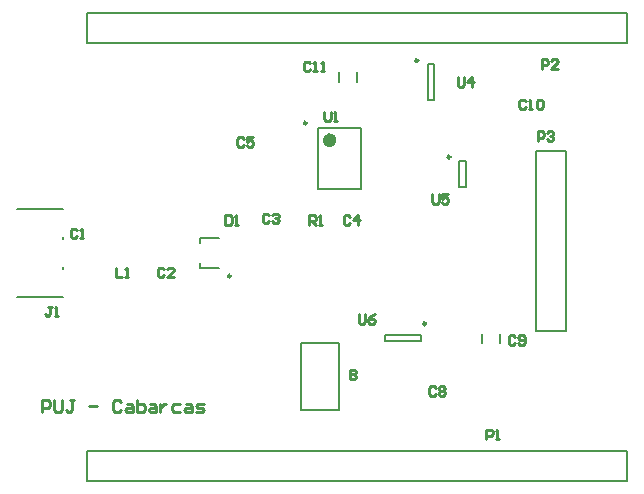
<source format=gto>
G04*
G04 #@! TF.GenerationSoftware,Altium Limited,Altium Designer,19.1.7 (138)*
G04*
G04 Layer_Color=65535*
%FSLAX44Y44*%
%MOMM*%
G71*
G01*
G75*
%ADD10C,0.2500*%
%ADD11C,0.6000*%
%ADD12C,0.2000*%
%ADD13C,0.2540*%
D10*
X615730Y856800D02*
G03*
X615730Y856800I-1250J0D01*
G01*
X801530Y957610D02*
G03*
X801530Y957610I-1250J0D01*
G01*
X774110Y1039330D02*
G03*
X774110Y1039330I-1250J0D01*
G01*
X780840Y816480D02*
G03*
X780840Y816480I-1250J0D01*
G01*
X679890Y986310D02*
G03*
X679890Y986310I-1250J0D01*
G01*
D11*
X702140Y971810D02*
G03*
X702140Y971810I-3000J0D01*
G01*
D12*
X589480Y889300D02*
X605730D01*
X589480Y863300D02*
X605730D01*
X589480D02*
Y867800D01*
Y884800D02*
Y889300D01*
X722510Y1021360D02*
Y1029360D01*
X707510Y1021360D02*
Y1029360D01*
X706900Y743290D02*
Y800440D01*
X675229Y743290D02*
X706900D01*
X675229D02*
Y800440D01*
X706900D01*
X814530Y932610D02*
Y954610D01*
X808530Y932610D02*
Y954610D01*
Y932610D02*
X814530D01*
X808530Y954610D02*
X814530D01*
X787360Y1005580D02*
Y1036580D01*
X782360Y1005580D02*
Y1036580D01*
Y1005580D02*
X787360D01*
X782360Y1036580D02*
X787360D01*
X473130Y862460D02*
Y864620D01*
Y887860D02*
Y890020D01*
X434130Y913260D02*
X473130D01*
X434130Y839220D02*
X473130D01*
X513080Y708660D02*
X951230D01*
Y683260D02*
Y708660D01*
X494030Y683260D02*
X951230D01*
X494030D02*
Y708660D01*
X513080D01*
X745840Y801980D02*
X776840D01*
X745840Y806980D02*
X776840D01*
X745840Y801980D02*
Y806980D01*
X776840Y801980D02*
Y806980D01*
X843160Y799910D02*
Y807910D01*
X828160Y799910D02*
Y807910D01*
X513080Y1079500D02*
X951230D01*
Y1054100D02*
Y1079500D01*
X494030Y1054100D02*
X951230D01*
X494030D02*
Y1079500D01*
X513080D01*
X689140Y930810D02*
Y981810D01*
X725640Y930810D02*
Y981810D01*
X689140D02*
X725640D01*
X689140Y930810D02*
X725640D01*
X873760Y810260D02*
X899160D01*
X873760Y962660D02*
X899160D01*
Y810260D02*
Y962660D01*
X873760Y810260D02*
Y962660D01*
D13*
X455930Y741680D02*
Y751677D01*
X460928D01*
X462594Y750011D01*
Y746678D01*
X460928Y745012D01*
X455930D01*
X465927Y751677D02*
Y743346D01*
X467593Y741680D01*
X470925D01*
X472591Y743346D01*
Y751677D01*
X482588D02*
X479256D01*
X480922D01*
Y743346D01*
X479256Y741680D01*
X477590D01*
X475924Y743346D01*
X495917Y746678D02*
X502582D01*
X522575Y750011D02*
X520909Y751677D01*
X517577D01*
X515911Y750011D01*
Y743346D01*
X517577Y741680D01*
X520909D01*
X522575Y743346D01*
X527574Y748344D02*
X530906D01*
X532572Y746678D01*
Y741680D01*
X527574D01*
X525908Y743346D01*
X527574Y745012D01*
X532572D01*
X535904Y751677D02*
Y741680D01*
X540903D01*
X542569Y743346D01*
Y745012D01*
Y746678D01*
X540903Y748344D01*
X535904D01*
X547567D02*
X550899D01*
X552565Y746678D01*
Y741680D01*
X547567D01*
X545901Y743346D01*
X547567Y745012D01*
X552565D01*
X555898Y748344D02*
Y741680D01*
Y745012D01*
X557564Y746678D01*
X559230Y748344D01*
X560896D01*
X572559D02*
X567561D01*
X565895Y746678D01*
Y743346D01*
X567561Y741680D01*
X572559D01*
X577557Y748344D02*
X580890D01*
X582556Y746678D01*
Y741680D01*
X577557D01*
X575891Y743346D01*
X577557Y745012D01*
X582556D01*
X585888Y741680D02*
X590886D01*
X592553Y743346D01*
X590886Y745012D01*
X587554D01*
X585888Y746678D01*
X587554Y748344D01*
X592553D01*
X716230Y777537D02*
Y769540D01*
X720229D01*
X721562Y770873D01*
Y772206D01*
X720229Y773538D01*
X716230D01*
X720229D01*
X721562Y774871D01*
Y776204D01*
X720229Y777537D01*
X716230D01*
X723900Y824607D02*
Y817943D01*
X725233Y816610D01*
X727899D01*
X729232Y817943D01*
Y824607D01*
X737229D02*
X734563Y823275D01*
X731897Y820609D01*
Y817943D01*
X733230Y816610D01*
X735896D01*
X737229Y817943D01*
Y819276D01*
X735896Y820609D01*
X731897D01*
X786130Y926207D02*
Y919543D01*
X787463Y918210D01*
X790129D01*
X791462Y919543D01*
Y926207D01*
X799459D02*
X794127D01*
Y922209D01*
X796793Y923542D01*
X798126D01*
X799459Y922209D01*
Y919543D01*
X798126Y918210D01*
X795460D01*
X794127Y919543D01*
X807720Y1025267D02*
Y1018603D01*
X809053Y1017270D01*
X811719D01*
X813052Y1018603D01*
Y1025267D01*
X819716Y1017270D02*
Y1025267D01*
X815717Y1021269D01*
X821049D01*
X694690Y996057D02*
Y989393D01*
X696023Y988060D01*
X698689D01*
X700022Y989393D01*
Y996057D01*
X702687Y988060D02*
X705353D01*
X704020D01*
Y996057D01*
X702687Y994725D01*
X681990Y900430D02*
Y908427D01*
X685989D01*
X687322Y907094D01*
Y904429D01*
X685989Y903096D01*
X681990D01*
X684656D02*
X687322Y900430D01*
X689987D02*
X692653D01*
X691320D01*
Y908427D01*
X689987Y907094D01*
X875284Y971296D02*
Y979293D01*
X879283D01*
X880616Y977961D01*
Y975295D01*
X879283Y973962D01*
X875284D01*
X883281Y977961D02*
X884614Y979293D01*
X887280D01*
X888613Y977961D01*
Y976628D01*
X887280Y975295D01*
X885947D01*
X887280D01*
X888613Y973962D01*
Y972629D01*
X887280Y971296D01*
X884614D01*
X883281Y972629D01*
X878840Y1032510D02*
Y1040507D01*
X882839D01*
X884172Y1039174D01*
Y1036509D01*
X882839Y1035176D01*
X878840D01*
X892169Y1032510D02*
X886837D01*
X892169Y1037842D01*
Y1039174D01*
X890836Y1040507D01*
X888170D01*
X886837Y1039174D01*
X831850Y718820D02*
Y726817D01*
X835849D01*
X837182Y725484D01*
Y722819D01*
X835849Y721486D01*
X831850D01*
X839847Y718820D02*
X842513D01*
X841180D01*
Y726817D01*
X839847Y725484D01*
X518160Y863977D02*
Y855980D01*
X523492D01*
X526157D02*
X528823D01*
X527490D01*
Y863977D01*
X526157Y862645D01*
X463802Y830957D02*
X461136D01*
X462469D01*
Y824293D01*
X461136Y822960D01*
X459803D01*
X458470Y824293D01*
X466467Y822960D02*
X469133D01*
X467800D01*
Y830957D01*
X466467Y829624D01*
X610870Y908427D02*
Y900430D01*
X614869D01*
X616202Y901763D01*
Y907094D01*
X614869Y908427D01*
X610870D01*
X618867Y900430D02*
X621533D01*
X620200D01*
Y908427D01*
X618867Y907094D01*
X682792Y1037104D02*
X681459Y1038437D01*
X678793D01*
X677460Y1037104D01*
Y1031773D01*
X678793Y1030440D01*
X681459D01*
X682792Y1031773D01*
X685457Y1030440D02*
X688123D01*
X686790D01*
Y1038437D01*
X685457Y1037104D01*
X692122Y1030440D02*
X694788D01*
X693455D01*
Y1038437D01*
X692122Y1037104D01*
X865122Y1004884D02*
X863789Y1006217D01*
X861123D01*
X859790Y1004884D01*
Y999553D01*
X861123Y998220D01*
X863789D01*
X865122Y999553D01*
X867787Y998220D02*
X870453D01*
X869120D01*
Y1006217D01*
X867787Y1004884D01*
X874452D02*
X875785Y1006217D01*
X878451D01*
X879784Y1004884D01*
Y999553D01*
X878451Y998220D01*
X875785D01*
X874452Y999553D01*
Y1004884D01*
X856232Y805495D02*
X854899Y806827D01*
X852233D01*
X850900Y805495D01*
Y800163D01*
X852233Y798830D01*
X854899D01*
X856232Y800163D01*
X858897D02*
X860230Y798830D01*
X862896D01*
X864229Y800163D01*
Y805495D01*
X862896Y806827D01*
X860230D01*
X858897Y805495D01*
Y804162D01*
X860230Y802829D01*
X864229D01*
X788922Y762315D02*
X787589Y763647D01*
X784923D01*
X783590Y762315D01*
Y756983D01*
X784923Y755650D01*
X787589D01*
X788922Y756983D01*
X791587Y762315D02*
X792920Y763647D01*
X795586D01*
X796919Y762315D01*
Y760982D01*
X795586Y759649D01*
X796919Y758316D01*
Y756983D01*
X795586Y755650D01*
X792920D01*
X791587Y756983D01*
Y758316D01*
X792920Y759649D01*
X791587Y760982D01*
Y762315D01*
X792920Y759649D02*
X795586D01*
X626362Y973135D02*
X625029Y974467D01*
X622363D01*
X621030Y973135D01*
Y967803D01*
X622363Y966470D01*
X625029D01*
X626362Y967803D01*
X634359Y974467D02*
X629027D01*
Y970469D01*
X631693Y971802D01*
X633026D01*
X634359Y970469D01*
Y967803D01*
X633026Y966470D01*
X630360D01*
X629027Y967803D01*
X716532Y907094D02*
X715199Y908427D01*
X712533D01*
X711200Y907094D01*
Y901763D01*
X712533Y900430D01*
X715199D01*
X716532Y901763D01*
X723196Y900430D02*
Y908427D01*
X719197Y904429D01*
X724529D01*
X647952Y908364D02*
X646619Y909697D01*
X643953D01*
X642620Y908364D01*
Y903033D01*
X643953Y901700D01*
X646619D01*
X647952Y903033D01*
X650617Y908364D02*
X651950Y909697D01*
X654616D01*
X655949Y908364D01*
Y907032D01*
X654616Y905699D01*
X653283D01*
X654616D01*
X655949Y904366D01*
Y903033D01*
X654616Y901700D01*
X651950D01*
X650617Y903033D01*
X559052Y862645D02*
X557719Y863977D01*
X555053D01*
X553720Y862645D01*
Y857313D01*
X555053Y855980D01*
X557719D01*
X559052Y857313D01*
X567049Y855980D02*
X561717D01*
X567049Y861312D01*
Y862645D01*
X565716Y863977D01*
X563050D01*
X561717Y862645D01*
X485392Y895665D02*
X484059Y896997D01*
X481393D01*
X480060Y895665D01*
Y890333D01*
X481393Y889000D01*
X484059D01*
X485392Y890333D01*
X488057Y889000D02*
X490723D01*
X489390D01*
Y896997D01*
X488057Y895665D01*
M02*

</source>
